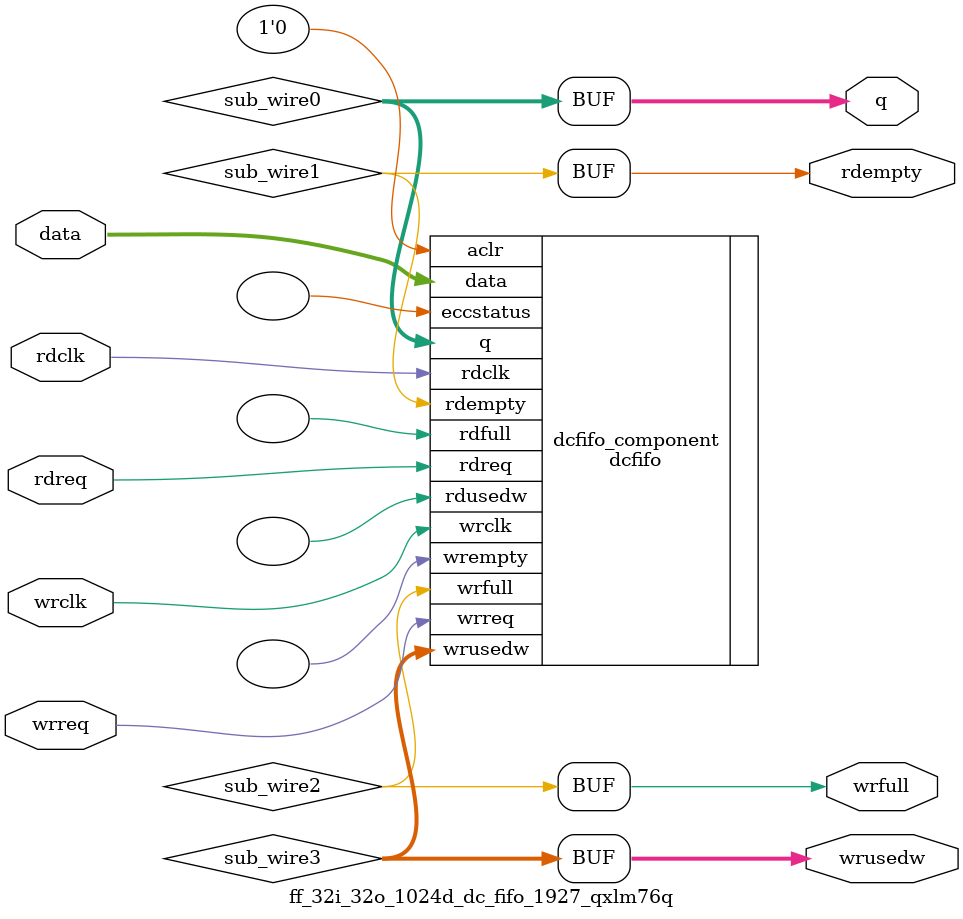
<source format=v>



`timescale 1 ps / 1 ps
// synopsys translate_on
module  ff_32i_32o_1024d_dc_fifo_1927_qxlm76q  (
    data,
    rdclk,
    rdreq,
    wrclk,
    wrreq,
    q,
    rdempty,
    wrfull,
    wrusedw);

    input  [31:0]  data;
    input    rdclk;
    input    rdreq;
    input    wrclk;
    input    wrreq;
    output [31:0]  q;
    output   rdempty;
    output   wrfull;
    output [9:0]  wrusedw;

    wire [31:0] sub_wire0;
    wire  sub_wire1;
    wire  sub_wire2;
    wire [9:0] sub_wire3;
    wire [31:0] q = sub_wire0[31:0];
    wire  rdempty = sub_wire1;
    wire  wrfull = sub_wire2;
    wire [9:0] wrusedw = sub_wire3[9:0];

    dcfifo  dcfifo_component (
                .data (data),
                .rdclk (rdclk),
                .rdreq (rdreq),
                .wrclk (wrclk),
                .wrreq (wrreq),
                .q (sub_wire0),
                .rdempty (sub_wire1),
                .wrfull (sub_wire2),
                .wrusedw (sub_wire3),
                .aclr (1'b0),
                .eccstatus (),
                .rdfull (),
                .rdusedw (),
                .wrempty ());
    defparam
        dcfifo_component.enable_ecc  = "FALSE",
        dcfifo_component.intended_device_family  = "Agilex 7",
        dcfifo_component.lpm_hint  = "DISABLE_DCFIFO_EMBEDDED_TIMING_CONSTRAINT=TRUE",
        dcfifo_component.lpm_numwords  = 1024,
        dcfifo_component.lpm_showahead  = "OFF",
        dcfifo_component.lpm_type  = "dcfifo",
        dcfifo_component.lpm_width  = 32,
        dcfifo_component.lpm_widthu  = 10,
        dcfifo_component.overflow_checking  = "ON",
        dcfifo_component.rdsync_delaypipe  = 5,
        dcfifo_component.underflow_checking  = "ON",
        dcfifo_component.use_eab  = "ON",
        dcfifo_component.wrsync_delaypipe  = 5;


endmodule



</source>
